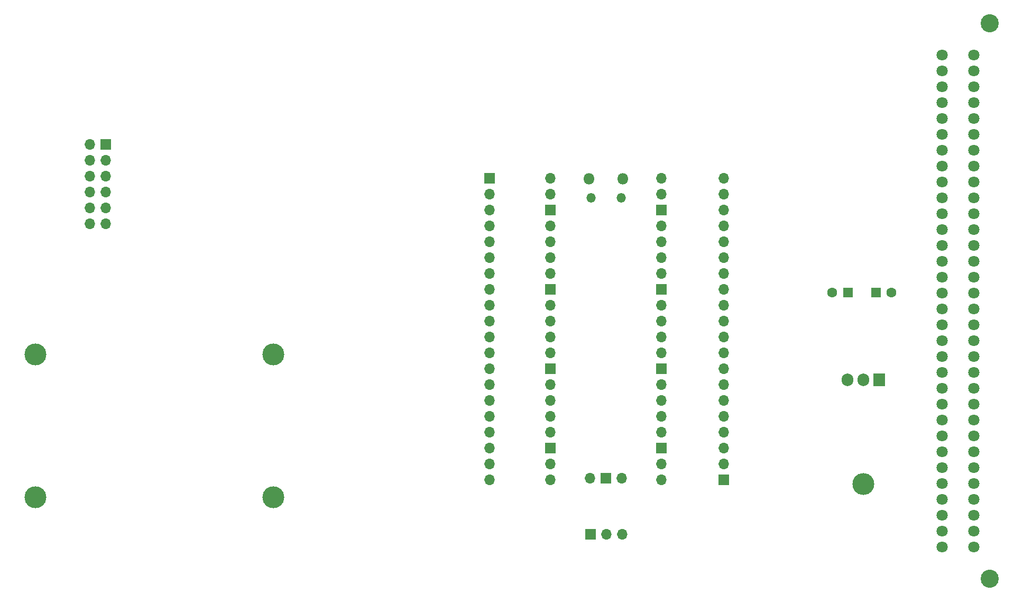
<source format=gbr>
%TF.GenerationSoftware,KiCad,Pcbnew,5.1.10-88a1d61d58~90~ubuntu20.04.1*%
%TF.CreationDate,2021-11-12T13:47:04+01:00*%
%TF.ProjectId,PrawnBlaster,50726177-6e42-46c6-9173-7465722e6b69,v1.0*%
%TF.SameCoordinates,Original*%
%TF.FileFunction,Soldermask,Bot*%
%TF.FilePolarity,Negative*%
%FSLAX45Y45*%
G04 Gerber Fmt 4.5, Leading zero omitted, Abs format (unit mm)*
G04 Created by KiCad (PCBNEW 5.1.10-88a1d61d58~90~ubuntu20.04.1) date 2021-11-12 13:47:04*
%MOMM*%
%LPD*%
G01*
G04 APERTURE LIST*
%ADD10C,3.500000*%
%ADD11O,1.700000X1.700000*%
%ADD12R,1.700000X1.700000*%
%ADD13O,3.500000X3.500000*%
%ADD14R,1.905000X2.000000*%
%ADD15O,1.905000X2.000000*%
%ADD16O,1.500000X1.500000*%
%ADD17O,1.800000X1.800000*%
%ADD18C,1.800000*%
%ADD19C,2.900000*%
%ADD20R,1.600000X1.600000*%
%ADD21C,1.600000*%
G04 APERTURE END LIST*
D10*
%TO.C,U6*%
X8351000Y-12946000D03*
X4541000Y-12946000D03*
X4541000Y-10660000D03*
X8351000Y-10660000D03*
%TD*%
D11*
%TO.C,J10*%
X11820000Y-12666000D03*
X11820000Y-12412000D03*
X11820000Y-12158000D03*
X11820000Y-11904000D03*
X11820000Y-11650000D03*
X11820000Y-11396000D03*
X11820000Y-11142000D03*
X11820000Y-10888000D03*
X11820000Y-10634000D03*
X11820000Y-10380000D03*
X11820000Y-10126000D03*
X11820000Y-9872000D03*
X11820000Y-9618000D03*
X11820000Y-9364000D03*
X11820000Y-9110000D03*
X11820000Y-8856000D03*
X11820000Y-8602000D03*
X11820000Y-8348000D03*
X11820000Y-8094000D03*
D12*
X11820000Y-7840000D03*
%TD*%
D11*
%TO.C,J1*%
X5416000Y-8570000D03*
X5670000Y-8570000D03*
X5416000Y-8316000D03*
X5670000Y-8316000D03*
X5416000Y-8062000D03*
X5670000Y-8062000D03*
X5416000Y-7808000D03*
X5670000Y-7808000D03*
X5416000Y-7554000D03*
X5670000Y-7554000D03*
X5416000Y-7300000D03*
D12*
X5670000Y-7300000D03*
%TD*%
D13*
%TO.C,U3*%
X17800000Y-12729000D03*
D14*
X18054000Y-11063000D03*
D15*
X17800000Y-11063000D03*
X17546000Y-11063000D03*
%TD*%
D11*
%TO.C,U1*%
X13934000Y-12640000D03*
D12*
X13680000Y-12640000D03*
D11*
X13426000Y-12640000D03*
D16*
X13922500Y-8153000D03*
X13437500Y-8153000D03*
D17*
X13952500Y-7850000D03*
X13407500Y-7850000D03*
D11*
X14569000Y-7837000D03*
X14569000Y-8091000D03*
D12*
X14569000Y-8345000D03*
D11*
X14569000Y-8599000D03*
X14569000Y-8853000D03*
X14569000Y-9107000D03*
X14569000Y-9361000D03*
D12*
X14569000Y-9615000D03*
D11*
X14569000Y-9869000D03*
X14569000Y-10123000D03*
X14569000Y-10377000D03*
X14569000Y-10631000D03*
D12*
X14569000Y-10885000D03*
D11*
X14569000Y-11139000D03*
X14569000Y-11393000D03*
X14569000Y-11647000D03*
X14569000Y-11901000D03*
D12*
X14569000Y-12155000D03*
D11*
X14569000Y-12409000D03*
X14569000Y-12663000D03*
X12791000Y-12663000D03*
X12791000Y-12409000D03*
D12*
X12791000Y-12155000D03*
D11*
X12791000Y-11901000D03*
X12791000Y-11647000D03*
X12791000Y-11393000D03*
X12791000Y-11139000D03*
D12*
X12791000Y-10885000D03*
D11*
X12791000Y-10631000D03*
X12791000Y-10377000D03*
X12791000Y-10123000D03*
X12791000Y-9869000D03*
D12*
X12791000Y-9615000D03*
D11*
X12791000Y-9361000D03*
X12791000Y-9107000D03*
X12791000Y-8853000D03*
X12791000Y-8599000D03*
D12*
X12791000Y-8345000D03*
D11*
X12791000Y-8091000D03*
X12791000Y-7837000D03*
%TD*%
%TO.C,J9*%
X13938000Y-13540000D03*
X13684000Y-13540000D03*
D12*
X13430000Y-13540000D03*
%TD*%
D11*
%TO.C,J8*%
X15570000Y-7837000D03*
X15570000Y-8091000D03*
X15570000Y-8345000D03*
X15570000Y-8599000D03*
X15570000Y-8853000D03*
X15570000Y-9107000D03*
X15570000Y-9361000D03*
X15570000Y-9615000D03*
X15570000Y-9869000D03*
X15570000Y-10123000D03*
X15570000Y-10377000D03*
X15570000Y-10631000D03*
X15570000Y-10885000D03*
X15570000Y-11139000D03*
X15570000Y-11393000D03*
X15570000Y-11647000D03*
X15570000Y-11901000D03*
X15570000Y-12155000D03*
X15570000Y-12409000D03*
D12*
X15570000Y-12663000D03*
%TD*%
D18*
%TO.C,J6*%
X19570000Y-5863000D03*
X19570000Y-6117000D03*
X19570000Y-6625000D03*
X19570000Y-6371000D03*
X19570000Y-6879000D03*
X19570000Y-7133000D03*
X19570000Y-7387000D03*
X19570000Y-7641000D03*
X19570000Y-7895000D03*
X19570000Y-8149000D03*
X19570000Y-8403000D03*
X19570000Y-8657000D03*
X19570000Y-8911000D03*
X19570000Y-9165000D03*
X19570000Y-9419000D03*
X19570000Y-9673000D03*
X19570000Y-9927000D03*
X19570000Y-10181000D03*
X19570000Y-10435000D03*
X19570000Y-10689000D03*
X19570000Y-10943000D03*
X19570000Y-11197000D03*
X19570000Y-11451000D03*
X19570000Y-11705000D03*
X19570000Y-11959000D03*
X19570000Y-12213000D03*
X19570000Y-12467000D03*
X19570000Y-12721000D03*
X19570000Y-12975000D03*
X19570000Y-13229000D03*
X19570000Y-13483000D03*
X19570000Y-13737000D03*
X19062000Y-5863000D03*
X19062000Y-6117000D03*
X19062000Y-6625000D03*
X19062000Y-6371000D03*
X19062000Y-6879000D03*
X19062000Y-7133000D03*
X19062000Y-7387000D03*
X19062000Y-7641000D03*
X19062000Y-7895000D03*
X19062000Y-8149000D03*
X19062000Y-8403000D03*
X19062000Y-8657000D03*
X19062000Y-8911000D03*
X19062000Y-9165000D03*
X19062000Y-9419000D03*
X19062000Y-9673000D03*
X19062000Y-9927000D03*
X19062000Y-10181000D03*
X19062000Y-10435000D03*
X19062000Y-10689000D03*
X19062000Y-10943000D03*
X19062000Y-11197000D03*
X19062000Y-11451000D03*
X19062000Y-11705000D03*
X19062000Y-11959000D03*
X19062000Y-12213000D03*
X19062000Y-12467000D03*
X19062000Y-12721000D03*
X19062000Y-12975000D03*
X19062000Y-13229000D03*
X19062000Y-13483000D03*
X19062000Y-13737000D03*
D19*
X19824000Y-14245000D03*
X19824000Y-5355000D03*
%TD*%
D20*
%TO.C,C2*%
X17554000Y-9663000D03*
D21*
X17304000Y-9663000D03*
%TD*%
%TO.C,C1*%
X18254000Y-9663000D03*
D20*
X18004000Y-9663000D03*
%TD*%
M02*

</source>
